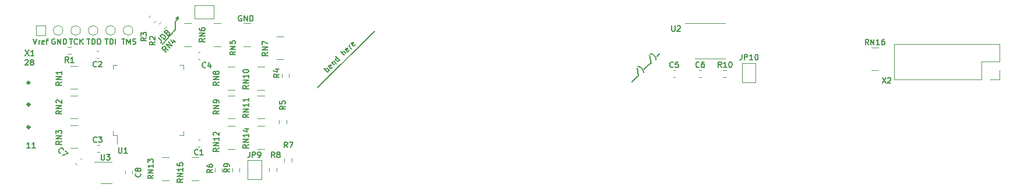
<source format=gbr>
%TF.GenerationSoftware,KiCad,Pcbnew,(6.0.4)*%
%TF.CreationDate,2022-06-19T08:58:44+02:00*%
%TF.ProjectId,n64rgb_v3,6e363472-6762-45f7-9633-2e6b69636164,20220523*%
%TF.SameCoordinates,Original*%
%TF.FileFunction,Legend,Top*%
%TF.FilePolarity,Positive*%
%FSLAX46Y46*%
G04 Gerber Fmt 4.6, Leading zero omitted, Abs format (unit mm)*
G04 Created by KiCad (PCBNEW (6.0.4)) date 2022-06-19 08:58:44*
%MOMM*%
%LPD*%
G01*
G04 APERTURE LIST*
%ADD10C,0.150000*%
%ADD11C,0.354000*%
%ADD12C,0.200000*%
%ADD13C,0.120000*%
G04 APERTURE END LIST*
D10*
X54550000Y-111270000D02*
X54560000Y-111670000D01*
X54110000Y-113160000D02*
X54110000Y-112090000D01*
D11*
X32943000Y-124079000D02*
G75*
G03*
X32943000Y-124079000I-177000J0D01*
G01*
D10*
X54540000Y-111270000D02*
X54170000Y-111490000D01*
D12*
X74800000Y-121600000D02*
X83100000Y-113400000D01*
D10*
X54170000Y-111490000D02*
X54550000Y-111270000D01*
X52245000Y-115270000D02*
X54110000Y-113160000D01*
X54110000Y-112090000D02*
X54540000Y-111270000D01*
D11*
X32943000Y-120904000D02*
G75*
G03*
X32943000Y-120904000I-177000J0D01*
G01*
X32943000Y-127381000D02*
G75*
G03*
X32943000Y-127381000I-177000J0D01*
G01*
D10*
X32283476Y-117621095D02*
X32321571Y-117583000D01*
X32397761Y-117544904D01*
X32588238Y-117544904D01*
X32664428Y-117583000D01*
X32702523Y-117621095D01*
X32740619Y-117697285D01*
X32740619Y-117773476D01*
X32702523Y-117887761D01*
X32245380Y-118344904D01*
X32740619Y-118344904D01*
X33197761Y-117887761D02*
X33121571Y-117849666D01*
X33083476Y-117811571D01*
X33045380Y-117735380D01*
X33045380Y-117697285D01*
X33083476Y-117621095D01*
X33121571Y-117583000D01*
X33197761Y-117544904D01*
X33350142Y-117544904D01*
X33426333Y-117583000D01*
X33464428Y-117621095D01*
X33502523Y-117697285D01*
X33502523Y-117735380D01*
X33464428Y-117811571D01*
X33426333Y-117849666D01*
X33350142Y-117887761D01*
X33197761Y-117887761D01*
X33121571Y-117925857D01*
X33083476Y-117963952D01*
X33045380Y-118040142D01*
X33045380Y-118192523D01*
X33083476Y-118268714D01*
X33121571Y-118306809D01*
X33197761Y-118344904D01*
X33350142Y-118344904D01*
X33426333Y-118306809D01*
X33464428Y-118268714D01*
X33502523Y-118192523D01*
X33502523Y-118040142D01*
X33464428Y-117963952D01*
X33426333Y-117925857D01*
X33350142Y-117887761D01*
X36601476Y-114535000D02*
X36525285Y-114496904D01*
X36411000Y-114496904D01*
X36296714Y-114535000D01*
X36220523Y-114611190D01*
X36182428Y-114687380D01*
X36144333Y-114839761D01*
X36144333Y-114954047D01*
X36182428Y-115106428D01*
X36220523Y-115182619D01*
X36296714Y-115258809D01*
X36411000Y-115296904D01*
X36487190Y-115296904D01*
X36601476Y-115258809D01*
X36639571Y-115220714D01*
X36639571Y-114954047D01*
X36487190Y-114954047D01*
X36982428Y-115296904D02*
X36982428Y-114496904D01*
X37439571Y-115296904D01*
X37439571Y-114496904D01*
X37820523Y-115296904D02*
X37820523Y-114496904D01*
X38011000Y-114496904D01*
X38125285Y-114535000D01*
X38201476Y-114611190D01*
X38239571Y-114687380D01*
X38277666Y-114839761D01*
X38277666Y-114954047D01*
X38239571Y-115106428D01*
X38201476Y-115182619D01*
X38125285Y-115258809D01*
X38011000Y-115296904D01*
X37820523Y-115296904D01*
X32994619Y-130409904D02*
X32537476Y-130409904D01*
X32766047Y-130409904D02*
X32766047Y-129609904D01*
X32689857Y-129724190D01*
X32613666Y-129800380D01*
X32537476Y-129838476D01*
X33756523Y-130409904D02*
X33299380Y-130409904D01*
X33527952Y-130409904D02*
X33527952Y-129609904D01*
X33451761Y-129724190D01*
X33375571Y-129800380D01*
X33299380Y-129838476D01*
X63728676Y-111156800D02*
X63652485Y-111118704D01*
X63538200Y-111118704D01*
X63423914Y-111156800D01*
X63347723Y-111232990D01*
X63309628Y-111309180D01*
X63271533Y-111461561D01*
X63271533Y-111575847D01*
X63309628Y-111728228D01*
X63347723Y-111804419D01*
X63423914Y-111880609D01*
X63538200Y-111918704D01*
X63614390Y-111918704D01*
X63728676Y-111880609D01*
X63766771Y-111842514D01*
X63766771Y-111575847D01*
X63614390Y-111575847D01*
X64109628Y-111918704D02*
X64109628Y-111118704D01*
X64566771Y-111918704D01*
X64566771Y-111118704D01*
X64947723Y-111918704D02*
X64947723Y-111118704D01*
X65138200Y-111118704D01*
X65252485Y-111156800D01*
X65328676Y-111232990D01*
X65366771Y-111309180D01*
X65404866Y-111461561D01*
X65404866Y-111575847D01*
X65366771Y-111728228D01*
X65328676Y-111804419D01*
X65252485Y-111880609D01*
X65138200Y-111918704D01*
X64947723Y-111918704D01*
X51655346Y-114325093D02*
X52059407Y-114729154D01*
X52113282Y-114836903D01*
X52113282Y-114944653D01*
X52059407Y-115052402D01*
X52005532Y-115106277D01*
X52490406Y-114621404D02*
X51924720Y-114055719D01*
X52059407Y-113921032D01*
X52167157Y-113867157D01*
X52274906Y-113867157D01*
X52355719Y-113894094D01*
X52490406Y-113974906D01*
X52571218Y-114055719D01*
X52652030Y-114190406D01*
X52678967Y-114271218D01*
X52678967Y-114378967D01*
X52625093Y-114486717D01*
X52490406Y-114621404D01*
X52948341Y-113570845D02*
X53056091Y-113516971D01*
X53109966Y-113516971D01*
X53190778Y-113543908D01*
X53271590Y-113624720D01*
X53298528Y-113705532D01*
X53298528Y-113759407D01*
X53271590Y-113840219D01*
X53056091Y-114055719D01*
X52490406Y-113490033D01*
X52678967Y-113301471D01*
X52759780Y-113274534D01*
X52813654Y-113274534D01*
X52894467Y-113301471D01*
X52948341Y-113355346D01*
X52975279Y-113436158D01*
X52975279Y-113490033D01*
X52948341Y-113570845D01*
X52759780Y-113759407D01*
X38722428Y-114496904D02*
X39179571Y-114496904D01*
X38951000Y-115296904D02*
X38951000Y-114496904D01*
X39903380Y-115220714D02*
X39865285Y-115258809D01*
X39751000Y-115296904D01*
X39674809Y-115296904D01*
X39560523Y-115258809D01*
X39484333Y-115182619D01*
X39446238Y-115106428D01*
X39408142Y-114954047D01*
X39408142Y-114839761D01*
X39446238Y-114687380D01*
X39484333Y-114611190D01*
X39560523Y-114535000D01*
X39674809Y-114496904D01*
X39751000Y-114496904D01*
X39865285Y-114535000D01*
X39903380Y-114573095D01*
X40246238Y-115296904D02*
X40246238Y-114496904D01*
X40703380Y-115296904D02*
X40360523Y-114839761D01*
X40703380Y-114496904D02*
X40246238Y-114954047D01*
X76249068Y-119362741D02*
X75683383Y-118797056D01*
X75898882Y-119012555D02*
X75925820Y-118931743D01*
X76033569Y-118823993D01*
X76114381Y-118797056D01*
X76168256Y-118797056D01*
X76249068Y-118823993D01*
X76410693Y-118985618D01*
X76437630Y-119066430D01*
X76437630Y-119120305D01*
X76410693Y-119201117D01*
X76302943Y-119308866D01*
X76222131Y-119335804D01*
X76949441Y-118608494D02*
X76922503Y-118689306D01*
X76814754Y-118797056D01*
X76733942Y-118823993D01*
X76653129Y-118797056D01*
X76437630Y-118581557D01*
X76410693Y-118500744D01*
X76437630Y-118419932D01*
X76545380Y-118312183D01*
X76626192Y-118285245D01*
X76707004Y-118312183D01*
X76760879Y-118366057D01*
X76545380Y-118689306D01*
X76868629Y-117988934D02*
X77245752Y-118366057D01*
X76922503Y-118042809D02*
X76922503Y-117988934D01*
X76949441Y-117908122D01*
X77030253Y-117827309D01*
X77111065Y-117800372D01*
X77191877Y-117827309D01*
X77488189Y-118123621D01*
X78000000Y-117611810D02*
X77434314Y-117046125D01*
X77973062Y-117584873D02*
X77946125Y-117665685D01*
X77838375Y-117773435D01*
X77757563Y-117800372D01*
X77703688Y-117800372D01*
X77622876Y-117773435D01*
X77461251Y-117611810D01*
X77434314Y-117530998D01*
X77434314Y-117477123D01*
X77461251Y-117396311D01*
X77569001Y-117288561D01*
X77649813Y-117261624D01*
X78700372Y-116911438D02*
X78134687Y-116345752D01*
X78942809Y-116669001D02*
X78646497Y-116372690D01*
X78565685Y-116345752D01*
X78484873Y-116372690D01*
X78404061Y-116453502D01*
X78377123Y-116534314D01*
X78377123Y-116588189D01*
X79400744Y-116157190D02*
X79373807Y-116238003D01*
X79266057Y-116345752D01*
X79185245Y-116372690D01*
X79104433Y-116345752D01*
X78888934Y-116130253D01*
X78861996Y-116049441D01*
X78888934Y-115968629D01*
X78996683Y-115860879D01*
X79077496Y-115833942D01*
X79158308Y-115860879D01*
X79212183Y-115914754D01*
X78996683Y-116238003D01*
X79697056Y-115914754D02*
X79319932Y-115537630D01*
X79427682Y-115645380D02*
X79400744Y-115564568D01*
X79400744Y-115510693D01*
X79427682Y-115429881D01*
X79481557Y-115376006D01*
X80235804Y-115322131D02*
X80208866Y-115402943D01*
X80101117Y-115510693D01*
X80020305Y-115537630D01*
X79939492Y-115510693D01*
X79723993Y-115295194D01*
X79697056Y-115214381D01*
X79723993Y-115133569D01*
X79831743Y-115025820D01*
X79912555Y-114998882D01*
X79993367Y-115025820D01*
X80047242Y-115079694D01*
X79831743Y-115402943D01*
X41243380Y-114496904D02*
X41700523Y-114496904D01*
X41471952Y-115296904D02*
X41471952Y-114496904D01*
X41967190Y-115296904D02*
X41967190Y-114496904D01*
X42157666Y-114496904D01*
X42271952Y-114535000D01*
X42348142Y-114611190D01*
X42386238Y-114687380D01*
X42424333Y-114839761D01*
X42424333Y-114954047D01*
X42386238Y-115106428D01*
X42348142Y-115182619D01*
X42271952Y-115258809D01*
X42157666Y-115296904D01*
X41967190Y-115296904D01*
X42919571Y-114496904D02*
X43071952Y-114496904D01*
X43148142Y-114535000D01*
X43224333Y-114611190D01*
X43262428Y-114763571D01*
X43262428Y-115030238D01*
X43224333Y-115182619D01*
X43148142Y-115258809D01*
X43071952Y-115296904D01*
X42919571Y-115296904D01*
X42843380Y-115258809D01*
X42767190Y-115182619D01*
X42729095Y-115030238D01*
X42729095Y-114763571D01*
X42767190Y-114611190D01*
X42843380Y-114535000D01*
X42919571Y-114496904D01*
X120462537Y-120757022D02*
X120893536Y-120326024D01*
X120893536Y-120326024D02*
X121324534Y-119895025D01*
X121216784Y-118709780D02*
X121459221Y-119921963D01*
X122159593Y-119383215D02*
X122159593Y-119329340D01*
X122132656Y-119194653D01*
X122105719Y-119113841D01*
X122051844Y-119006091D01*
X121944094Y-118844467D01*
X121836345Y-118736717D01*
X121674720Y-118628967D01*
X121566971Y-118575093D01*
X121486158Y-118548155D01*
X121351471Y-118521218D01*
X121297597Y-118521218D01*
X122294280Y-118925279D02*
X122725279Y-118494280D01*
X122725279Y-118494280D02*
X123156277Y-118063282D01*
X123048528Y-116878036D02*
X123290964Y-118090219D01*
X123991337Y-117551471D02*
X123991337Y-117497597D01*
X123964399Y-117362910D01*
X123937462Y-117282097D01*
X123883587Y-117174348D01*
X123775837Y-117012723D01*
X123668088Y-116904974D01*
X123506463Y-116797224D01*
X123398714Y-116743349D01*
X123317902Y-116716412D01*
X123183215Y-116689475D01*
X123129340Y-116689475D01*
X124126024Y-117093536D02*
X124557022Y-116662537D01*
X33458285Y-114496904D02*
X33724952Y-115296904D01*
X33991619Y-114496904D01*
X34258285Y-115296904D02*
X34258285Y-114763571D01*
X34258285Y-114915952D02*
X34296380Y-114839761D01*
X34334476Y-114801666D01*
X34410666Y-114763571D01*
X34486857Y-114763571D01*
X35058285Y-115258809D02*
X34982095Y-115296904D01*
X34829714Y-115296904D01*
X34753523Y-115258809D01*
X34715428Y-115182619D01*
X34715428Y-114877857D01*
X34753523Y-114801666D01*
X34829714Y-114763571D01*
X34982095Y-114763571D01*
X35058285Y-114801666D01*
X35096380Y-114877857D01*
X35096380Y-114954047D01*
X34715428Y-115030238D01*
X35324952Y-114763571D02*
X35629714Y-114763571D01*
X35439238Y-115296904D02*
X35439238Y-114611190D01*
X35477333Y-114535000D01*
X35553523Y-114496904D01*
X35629714Y-114496904D01*
X43884952Y-114496904D02*
X44342095Y-114496904D01*
X44113523Y-115296904D02*
X44113523Y-114496904D01*
X44608761Y-115296904D02*
X44608761Y-114496904D01*
X44799238Y-114496904D01*
X44913523Y-114535000D01*
X44989714Y-114611190D01*
X45027809Y-114687380D01*
X45065904Y-114839761D01*
X45065904Y-114954047D01*
X45027809Y-115106428D01*
X44989714Y-115182619D01*
X44913523Y-115258809D01*
X44799238Y-115296904D01*
X44608761Y-115296904D01*
X45408761Y-115296904D02*
X45408761Y-114496904D01*
X46304333Y-114496904D02*
X46761476Y-114496904D01*
X46532904Y-115296904D02*
X46532904Y-114496904D01*
X47028142Y-115296904D02*
X47028142Y-114496904D01*
X47294809Y-115068333D01*
X47561476Y-114496904D01*
X47561476Y-115296904D01*
X47904333Y-115258809D02*
X48018619Y-115296904D01*
X48209095Y-115296904D01*
X48285285Y-115258809D01*
X48323380Y-115220714D01*
X48361476Y-115144523D01*
X48361476Y-115068333D01*
X48323380Y-114992142D01*
X48285285Y-114954047D01*
X48209095Y-114915952D01*
X48056714Y-114877857D01*
X47980523Y-114839761D01*
X47942428Y-114801666D01*
X47904333Y-114725476D01*
X47904333Y-114649285D01*
X47942428Y-114573095D01*
X47980523Y-114535000D01*
X48056714Y-114496904D01*
X48247190Y-114496904D01*
X48361476Y-114535000D01*
%TO.C,C1*%
X57397666Y-131349714D02*
X57359571Y-131387809D01*
X57245285Y-131425904D01*
X57169095Y-131425904D01*
X57054809Y-131387809D01*
X56978619Y-131311619D01*
X56940523Y-131235428D01*
X56902428Y-131083047D01*
X56902428Y-130968761D01*
X56940523Y-130816380D01*
X56978619Y-130740190D01*
X57054809Y-130664000D01*
X57169095Y-130625904D01*
X57245285Y-130625904D01*
X57359571Y-130664000D01*
X57397666Y-130702095D01*
X58159571Y-131425904D02*
X57702428Y-131425904D01*
X57931000Y-131425904D02*
X57931000Y-130625904D01*
X57854809Y-130740190D01*
X57778619Y-130816380D01*
X57702428Y-130854476D01*
%TO.C,JP9*%
X64933333Y-131011904D02*
X64933333Y-131583333D01*
X64895238Y-131697619D01*
X64819047Y-131773809D01*
X64704761Y-131811904D01*
X64628571Y-131811904D01*
X65314285Y-131811904D02*
X65314285Y-131011904D01*
X65619047Y-131011904D01*
X65695238Y-131050000D01*
X65733333Y-131088095D01*
X65771428Y-131164285D01*
X65771428Y-131278571D01*
X65733333Y-131354761D01*
X65695238Y-131392857D01*
X65619047Y-131430952D01*
X65314285Y-131430952D01*
X66152380Y-131811904D02*
X66304761Y-131811904D01*
X66380952Y-131773809D01*
X66419047Y-131735714D01*
X66495238Y-131621428D01*
X66533333Y-131469047D01*
X66533333Y-131164285D01*
X66495238Y-131088095D01*
X66457142Y-131050000D01*
X66380952Y-131011904D01*
X66228571Y-131011904D01*
X66152380Y-131050000D01*
X66114285Y-131088095D01*
X66076190Y-131164285D01*
X66076190Y-131354761D01*
X66114285Y-131430952D01*
X66152380Y-131469047D01*
X66228571Y-131507142D01*
X66380952Y-131507142D01*
X66457142Y-131469047D01*
X66495238Y-131430952D01*
X66533333Y-131354761D01*
%TO.C,R3*%
X49911903Y-114333333D02*
X49530951Y-114600000D01*
X49911903Y-114790476D02*
X49111903Y-114790476D01*
X49111903Y-114485714D01*
X49149999Y-114409523D01*
X49188094Y-114371428D01*
X49264284Y-114333333D01*
X49378570Y-114333333D01*
X49454760Y-114371428D01*
X49492856Y-114409523D01*
X49530951Y-114485714D01*
X49530951Y-114790476D01*
X49111903Y-114066666D02*
X49111903Y-113571428D01*
X49416665Y-113838095D01*
X49416665Y-113723809D01*
X49454760Y-113647619D01*
X49492856Y-113609523D01*
X49569046Y-113571428D01*
X49759522Y-113571428D01*
X49835713Y-113609523D01*
X49873808Y-113647619D01*
X49911903Y-113723809D01*
X49911903Y-113952380D01*
X49873808Y-114028571D01*
X49835713Y-114066666D01*
%TO.C,RN14*%
X64750904Y-129965333D02*
X64369952Y-130232000D01*
X64750904Y-130422476D02*
X63950904Y-130422476D01*
X63950904Y-130117714D01*
X63989000Y-130041523D01*
X64027095Y-130003428D01*
X64103285Y-129965333D01*
X64217571Y-129965333D01*
X64293761Y-130003428D01*
X64331857Y-130041523D01*
X64369952Y-130117714D01*
X64369952Y-130422476D01*
X64750904Y-129622476D02*
X63950904Y-129622476D01*
X64750904Y-129165333D01*
X63950904Y-129165333D01*
X64750904Y-128365333D02*
X64750904Y-128822476D01*
X64750904Y-128593904D02*
X63950904Y-128593904D01*
X64065190Y-128670095D01*
X64141380Y-128746285D01*
X64179476Y-128822476D01*
X64217571Y-127679619D02*
X64750904Y-127679619D01*
X63912809Y-127870095D02*
X64484238Y-128060571D01*
X64484238Y-127565333D01*
%TO.C,RN12*%
X60432904Y-130473333D02*
X60051952Y-130740000D01*
X60432904Y-130930476D02*
X59632904Y-130930476D01*
X59632904Y-130625714D01*
X59671000Y-130549523D01*
X59709095Y-130511428D01*
X59785285Y-130473333D01*
X59899571Y-130473333D01*
X59975761Y-130511428D01*
X60013857Y-130549523D01*
X60051952Y-130625714D01*
X60051952Y-130930476D01*
X60432904Y-130130476D02*
X59632904Y-130130476D01*
X60432904Y-129673333D01*
X59632904Y-129673333D01*
X60432904Y-128873333D02*
X60432904Y-129330476D01*
X60432904Y-129101904D02*
X59632904Y-129101904D01*
X59747190Y-129178095D01*
X59823380Y-129254285D01*
X59861476Y-129330476D01*
X59709095Y-128568571D02*
X59671000Y-128530476D01*
X59632904Y-128454285D01*
X59632904Y-128263809D01*
X59671000Y-128187619D01*
X59709095Y-128149523D01*
X59785285Y-128111428D01*
X59861476Y-128111428D01*
X59975761Y-128149523D01*
X60432904Y-128606666D01*
X60432904Y-128111428D01*
%TO.C,RN10*%
X64750904Y-121329333D02*
X64369952Y-121596000D01*
X64750904Y-121786476D02*
X63950904Y-121786476D01*
X63950904Y-121481714D01*
X63989000Y-121405523D01*
X64027095Y-121367428D01*
X64103285Y-121329333D01*
X64217571Y-121329333D01*
X64293761Y-121367428D01*
X64331857Y-121405523D01*
X64369952Y-121481714D01*
X64369952Y-121786476D01*
X64750904Y-120986476D02*
X63950904Y-120986476D01*
X64750904Y-120529333D01*
X63950904Y-120529333D01*
X64750904Y-119729333D02*
X64750904Y-120186476D01*
X64750904Y-119957904D02*
X63950904Y-119957904D01*
X64065190Y-120034095D01*
X64141380Y-120110285D01*
X64179476Y-120186476D01*
X63950904Y-119234095D02*
X63950904Y-119157904D01*
X63989000Y-119081714D01*
X64027095Y-119043619D01*
X64103285Y-119005523D01*
X64255666Y-118967428D01*
X64446142Y-118967428D01*
X64598523Y-119005523D01*
X64674714Y-119043619D01*
X64712809Y-119081714D01*
X64750904Y-119157904D01*
X64750904Y-119234095D01*
X64712809Y-119310285D01*
X64674714Y-119348380D01*
X64598523Y-119386476D01*
X64446142Y-119424571D01*
X64255666Y-119424571D01*
X64103285Y-119386476D01*
X64027095Y-119348380D01*
X63989000Y-119310285D01*
X63950904Y-119234095D01*
%TO.C,RN2*%
X37572904Y-125012380D02*
X37191952Y-125279047D01*
X37572904Y-125469523D02*
X36772904Y-125469523D01*
X36772904Y-125164761D01*
X36811000Y-125088571D01*
X36849095Y-125050476D01*
X36925285Y-125012380D01*
X37039571Y-125012380D01*
X37115761Y-125050476D01*
X37153857Y-125088571D01*
X37191952Y-125164761D01*
X37191952Y-125469523D01*
X37572904Y-124669523D02*
X36772904Y-124669523D01*
X37572904Y-124212380D01*
X36772904Y-124212380D01*
X36849095Y-123869523D02*
X36811000Y-123831428D01*
X36772904Y-123755238D01*
X36772904Y-123564761D01*
X36811000Y-123488571D01*
X36849095Y-123450476D01*
X36925285Y-123412380D01*
X37001476Y-123412380D01*
X37115761Y-123450476D01*
X37572904Y-123907619D01*
X37572904Y-123412380D01*
%TO.C,RN16*%
X154866666Y-115361904D02*
X154600000Y-114980952D01*
X154409523Y-115361904D02*
X154409523Y-114561904D01*
X154714285Y-114561904D01*
X154790476Y-114600000D01*
X154828571Y-114638095D01*
X154866666Y-114714285D01*
X154866666Y-114828571D01*
X154828571Y-114904761D01*
X154790476Y-114942857D01*
X154714285Y-114980952D01*
X154409523Y-114980952D01*
X155209523Y-115361904D02*
X155209523Y-114561904D01*
X155666666Y-115361904D01*
X155666666Y-114561904D01*
X156466666Y-115361904D02*
X156009523Y-115361904D01*
X156238095Y-115361904D02*
X156238095Y-114561904D01*
X156161904Y-114676190D01*
X156085714Y-114752380D01*
X156009523Y-114790476D01*
X157152380Y-114561904D02*
X157000000Y-114561904D01*
X156923809Y-114600000D01*
X156885714Y-114638095D01*
X156809523Y-114752380D01*
X156771428Y-114904761D01*
X156771428Y-115209523D01*
X156809523Y-115285714D01*
X156847619Y-115323809D01*
X156923809Y-115361904D01*
X157076190Y-115361904D01*
X157152380Y-115323809D01*
X157190476Y-115285714D01*
X157228571Y-115209523D01*
X157228571Y-115019047D01*
X157190476Y-114942857D01*
X157152380Y-114904761D01*
X157076190Y-114866666D01*
X156923809Y-114866666D01*
X156847619Y-114904761D01*
X156809523Y-114942857D01*
X156771428Y-115019047D01*
%TO.C,R9*%
X61956904Y-133483333D02*
X61575952Y-133750000D01*
X61956904Y-133940476D02*
X61156904Y-133940476D01*
X61156904Y-133635714D01*
X61195000Y-133559523D01*
X61233095Y-133521428D01*
X61309285Y-133483333D01*
X61423571Y-133483333D01*
X61499761Y-133521428D01*
X61537857Y-133559523D01*
X61575952Y-133635714D01*
X61575952Y-133940476D01*
X61956904Y-133102380D02*
X61956904Y-132950000D01*
X61918809Y-132873809D01*
X61880714Y-132835714D01*
X61766428Y-132759523D01*
X61614047Y-132721428D01*
X61309285Y-132721428D01*
X61233095Y-132759523D01*
X61195000Y-132797619D01*
X61156904Y-132873809D01*
X61156904Y-133026190D01*
X61195000Y-133102380D01*
X61233095Y-133140476D01*
X61309285Y-133178571D01*
X61499761Y-133178571D01*
X61575952Y-133140476D01*
X61614047Y-133102380D01*
X61652142Y-133026190D01*
X61652142Y-132873809D01*
X61614047Y-132797619D01*
X61575952Y-132759523D01*
X61499761Y-132721428D01*
%TO.C,R4*%
X69195904Y-119640333D02*
X68814952Y-119907000D01*
X69195904Y-120097476D02*
X68395904Y-120097476D01*
X68395904Y-119792714D01*
X68434000Y-119716523D01*
X68472095Y-119678428D01*
X68548285Y-119640333D01*
X68662571Y-119640333D01*
X68738761Y-119678428D01*
X68776857Y-119716523D01*
X68814952Y-119792714D01*
X68814952Y-120097476D01*
X68662571Y-118954619D02*
X69195904Y-118954619D01*
X68357809Y-119145095D02*
X68929238Y-119335571D01*
X68929238Y-118840333D01*
%TO.C,C8*%
X49015714Y-134133333D02*
X49053809Y-134171428D01*
X49091904Y-134285714D01*
X49091904Y-134361904D01*
X49053809Y-134476190D01*
X48977619Y-134552380D01*
X48901428Y-134590476D01*
X48749047Y-134628571D01*
X48634761Y-134628571D01*
X48482380Y-134590476D01*
X48406190Y-134552380D01*
X48330000Y-134476190D01*
X48291904Y-134361904D01*
X48291904Y-134285714D01*
X48330000Y-134171428D01*
X48368095Y-134133333D01*
X48634761Y-133676190D02*
X48596666Y-133752380D01*
X48558571Y-133790476D01*
X48482380Y-133828571D01*
X48444285Y-133828571D01*
X48368095Y-133790476D01*
X48330000Y-133752380D01*
X48291904Y-133676190D01*
X48291904Y-133523809D01*
X48330000Y-133447619D01*
X48368095Y-133409523D01*
X48444285Y-133371428D01*
X48482380Y-133371428D01*
X48558571Y-133409523D01*
X48596666Y-133447619D01*
X48634761Y-133523809D01*
X48634761Y-133676190D01*
X48672857Y-133752380D01*
X48710952Y-133790476D01*
X48787142Y-133828571D01*
X48939523Y-133828571D01*
X49015714Y-133790476D01*
X49053809Y-133752380D01*
X49091904Y-133676190D01*
X49091904Y-133523809D01*
X49053809Y-133447619D01*
X49015714Y-133409523D01*
X48939523Y-133371428D01*
X48787142Y-133371428D01*
X48710952Y-133409523D01*
X48672857Y-133447619D01*
X48634761Y-133523809D01*
%TO.C,RN13*%
X50907904Y-134410333D02*
X50526952Y-134677000D01*
X50907904Y-134867476D02*
X50107904Y-134867476D01*
X50107904Y-134562714D01*
X50146000Y-134486523D01*
X50184095Y-134448428D01*
X50260285Y-134410333D01*
X50374571Y-134410333D01*
X50450761Y-134448428D01*
X50488857Y-134486523D01*
X50526952Y-134562714D01*
X50526952Y-134867476D01*
X50907904Y-134067476D02*
X50107904Y-134067476D01*
X50907904Y-133610333D01*
X50107904Y-133610333D01*
X50907904Y-132810333D02*
X50907904Y-133267476D01*
X50907904Y-133038904D02*
X50107904Y-133038904D01*
X50222190Y-133115095D01*
X50298380Y-133191285D01*
X50336476Y-133267476D01*
X50107904Y-132543666D02*
X50107904Y-132048428D01*
X50412666Y-132315095D01*
X50412666Y-132200809D01*
X50450761Y-132124619D01*
X50488857Y-132086523D01*
X50565047Y-132048428D01*
X50755523Y-132048428D01*
X50831714Y-132086523D01*
X50869809Y-132124619D01*
X50907904Y-132200809D01*
X50907904Y-132429380D01*
X50869809Y-132505571D01*
X50831714Y-132543666D01*
%TO.C,C4*%
X58540666Y-118649714D02*
X58502571Y-118687809D01*
X58388285Y-118725904D01*
X58312095Y-118725904D01*
X58197809Y-118687809D01*
X58121619Y-118611619D01*
X58083523Y-118535428D01*
X58045428Y-118383047D01*
X58045428Y-118268761D01*
X58083523Y-118116380D01*
X58121619Y-118040190D01*
X58197809Y-117964000D01*
X58312095Y-117925904D01*
X58388285Y-117925904D01*
X58502571Y-117964000D01*
X58540666Y-118002095D01*
X59226380Y-118192571D02*
X59226380Y-118725904D01*
X59035904Y-117887809D02*
X58845428Y-118459238D01*
X59340666Y-118459238D01*
%TO.C,U2*%
X126263476Y-112591904D02*
X126263476Y-113239523D01*
X126301571Y-113315714D01*
X126339666Y-113353809D01*
X126415857Y-113391904D01*
X126568238Y-113391904D01*
X126644428Y-113353809D01*
X126682523Y-113315714D01*
X126720619Y-113239523D01*
X126720619Y-112591904D01*
X127063476Y-112668095D02*
X127101571Y-112630000D01*
X127177761Y-112591904D01*
X127368238Y-112591904D01*
X127444428Y-112630000D01*
X127482523Y-112668095D01*
X127520619Y-112744285D01*
X127520619Y-112820476D01*
X127482523Y-112934761D01*
X127025380Y-113391904D01*
X127520619Y-113391904D01*
%TO.C,R10*%
X133485714Y-118661904D02*
X133219047Y-118280952D01*
X133028571Y-118661904D02*
X133028571Y-117861904D01*
X133333333Y-117861904D01*
X133409523Y-117900000D01*
X133447619Y-117938095D01*
X133485714Y-118014285D01*
X133485714Y-118128571D01*
X133447619Y-118204761D01*
X133409523Y-118242857D01*
X133333333Y-118280952D01*
X133028571Y-118280952D01*
X134247619Y-118661904D02*
X133790476Y-118661904D01*
X134019047Y-118661904D02*
X134019047Y-117861904D01*
X133942857Y-117976190D01*
X133866666Y-118052380D01*
X133790476Y-118090476D01*
X134742857Y-117861904D02*
X134819047Y-117861904D01*
X134895238Y-117900000D01*
X134933333Y-117938095D01*
X134971428Y-118014285D01*
X135009523Y-118166666D01*
X135009523Y-118357142D01*
X134971428Y-118509523D01*
X134933333Y-118585714D01*
X134895238Y-118623809D01*
X134819047Y-118661904D01*
X134742857Y-118661904D01*
X134666666Y-118623809D01*
X134628571Y-118585714D01*
X134590476Y-118509523D01*
X134552380Y-118357142D01*
X134552380Y-118166666D01*
X134590476Y-118014285D01*
X134628571Y-117938095D01*
X134666666Y-117900000D01*
X134742857Y-117861904D01*
%TO.C,R2*%
X51161904Y-114933333D02*
X50780952Y-115200000D01*
X51161904Y-115390476D02*
X50361904Y-115390476D01*
X50361904Y-115085714D01*
X50400000Y-115009523D01*
X50438095Y-114971428D01*
X50514285Y-114933333D01*
X50628571Y-114933333D01*
X50704761Y-114971428D01*
X50742857Y-115009523D01*
X50780952Y-115085714D01*
X50780952Y-115390476D01*
X50438095Y-114628571D02*
X50400000Y-114590476D01*
X50361904Y-114514285D01*
X50361904Y-114323809D01*
X50400000Y-114247619D01*
X50438095Y-114209523D01*
X50514285Y-114171428D01*
X50590476Y-114171428D01*
X50704761Y-114209523D01*
X51161904Y-114666666D01*
X51161904Y-114171428D01*
%TO.C,R8*%
X68566666Y-131811904D02*
X68300000Y-131430952D01*
X68109523Y-131811904D02*
X68109523Y-131011904D01*
X68414285Y-131011904D01*
X68490476Y-131050000D01*
X68528571Y-131088095D01*
X68566666Y-131164285D01*
X68566666Y-131278571D01*
X68528571Y-131354761D01*
X68490476Y-131392857D01*
X68414285Y-131430952D01*
X68109523Y-131430952D01*
X69023809Y-131354761D02*
X68947619Y-131316666D01*
X68909523Y-131278571D01*
X68871428Y-131202380D01*
X68871428Y-131164285D01*
X68909523Y-131088095D01*
X68947619Y-131050000D01*
X69023809Y-131011904D01*
X69176190Y-131011904D01*
X69252380Y-131050000D01*
X69290476Y-131088095D01*
X69328571Y-131164285D01*
X69328571Y-131202380D01*
X69290476Y-131278571D01*
X69252380Y-131316666D01*
X69176190Y-131354761D01*
X69023809Y-131354761D01*
X68947619Y-131392857D01*
X68909523Y-131430952D01*
X68871428Y-131507142D01*
X68871428Y-131659523D01*
X68909523Y-131735714D01*
X68947619Y-131773809D01*
X69023809Y-131811904D01*
X69176190Y-131811904D01*
X69252380Y-131773809D01*
X69290476Y-131735714D01*
X69328571Y-131659523D01*
X69328571Y-131507142D01*
X69290476Y-131430952D01*
X69252380Y-131392857D01*
X69176190Y-131354761D01*
%TO.C,U1*%
X45870476Y-130381904D02*
X45870476Y-131029523D01*
X45908571Y-131105714D01*
X45946666Y-131143809D01*
X46022857Y-131181904D01*
X46175238Y-131181904D01*
X46251428Y-131143809D01*
X46289523Y-131105714D01*
X46327619Y-131029523D01*
X46327619Y-130381904D01*
X47127619Y-131181904D02*
X46670476Y-131181904D01*
X46899047Y-131181904D02*
X46899047Y-130381904D01*
X46822857Y-130496190D01*
X46746666Y-130572380D01*
X46670476Y-130610476D01*
%TO.C,R6*%
X59511904Y-133533333D02*
X59130952Y-133800000D01*
X59511904Y-133990476D02*
X58711904Y-133990476D01*
X58711904Y-133685714D01*
X58750000Y-133609523D01*
X58788095Y-133571428D01*
X58864285Y-133533333D01*
X58978571Y-133533333D01*
X59054761Y-133571428D01*
X59092857Y-133609523D01*
X59130952Y-133685714D01*
X59130952Y-133990476D01*
X58711904Y-132847619D02*
X58711904Y-133000000D01*
X58750000Y-133076190D01*
X58788095Y-133114285D01*
X58902380Y-133190476D01*
X59054761Y-133228571D01*
X59359523Y-133228571D01*
X59435714Y-133190476D01*
X59473809Y-133152380D01*
X59511904Y-133076190D01*
X59511904Y-132923809D01*
X59473809Y-132847619D01*
X59435714Y-132809523D01*
X59359523Y-132771428D01*
X59169047Y-132771428D01*
X59092857Y-132809523D01*
X59054761Y-132847619D01*
X59016666Y-132923809D01*
X59016666Y-133076190D01*
X59054761Y-133152380D01*
X59092857Y-133190476D01*
X59169047Y-133228571D01*
%TO.C,C5*%
X126466666Y-118585714D02*
X126428571Y-118623809D01*
X126314285Y-118661904D01*
X126238095Y-118661904D01*
X126123809Y-118623809D01*
X126047619Y-118547619D01*
X126009523Y-118471428D01*
X125971428Y-118319047D01*
X125971428Y-118204761D01*
X126009523Y-118052380D01*
X126047619Y-117976190D01*
X126123809Y-117900000D01*
X126238095Y-117861904D01*
X126314285Y-117861904D01*
X126428571Y-117900000D01*
X126466666Y-117938095D01*
X127190476Y-117861904D02*
X126809523Y-117861904D01*
X126771428Y-118242857D01*
X126809523Y-118204761D01*
X126885714Y-118166666D01*
X127076190Y-118166666D01*
X127152380Y-118204761D01*
X127190476Y-118242857D01*
X127228571Y-118319047D01*
X127228571Y-118509523D01*
X127190476Y-118585714D01*
X127152380Y-118623809D01*
X127076190Y-118661904D01*
X126885714Y-118661904D01*
X126809523Y-118623809D01*
X126771428Y-118585714D01*
%TO.C,RN3*%
X37572904Y-129457380D02*
X37191952Y-129724047D01*
X37572904Y-129914523D02*
X36772904Y-129914523D01*
X36772904Y-129609761D01*
X36811000Y-129533571D01*
X36849095Y-129495476D01*
X36925285Y-129457380D01*
X37039571Y-129457380D01*
X37115761Y-129495476D01*
X37153857Y-129533571D01*
X37191952Y-129609761D01*
X37191952Y-129914523D01*
X37572904Y-129114523D02*
X36772904Y-129114523D01*
X37572904Y-128657380D01*
X36772904Y-128657380D01*
X36772904Y-128352619D02*
X36772904Y-127857380D01*
X37077666Y-128124047D01*
X37077666Y-128009761D01*
X37115761Y-127933571D01*
X37153857Y-127895476D01*
X37230047Y-127857380D01*
X37420523Y-127857380D01*
X37496714Y-127895476D01*
X37534809Y-127933571D01*
X37572904Y-128009761D01*
X37572904Y-128238333D01*
X37534809Y-128314523D01*
X37496714Y-128352619D01*
%TO.C,RN9*%
X60432904Y-125012380D02*
X60051952Y-125279047D01*
X60432904Y-125469523D02*
X59632904Y-125469523D01*
X59632904Y-125164761D01*
X59671000Y-125088571D01*
X59709095Y-125050476D01*
X59785285Y-125012380D01*
X59899571Y-125012380D01*
X59975761Y-125050476D01*
X60013857Y-125088571D01*
X60051952Y-125164761D01*
X60051952Y-125469523D01*
X60432904Y-124669523D02*
X59632904Y-124669523D01*
X60432904Y-124212380D01*
X59632904Y-124212380D01*
X60432904Y-123793333D02*
X60432904Y-123640952D01*
X60394809Y-123564761D01*
X60356714Y-123526666D01*
X60242428Y-123450476D01*
X60090047Y-123412380D01*
X59785285Y-123412380D01*
X59709095Y-123450476D01*
X59671000Y-123488571D01*
X59632904Y-123564761D01*
X59632904Y-123717142D01*
X59671000Y-123793333D01*
X59709095Y-123831428D01*
X59785285Y-123869523D01*
X59975761Y-123869523D01*
X60051952Y-123831428D01*
X60090047Y-123793333D01*
X60128142Y-123717142D01*
X60128142Y-123564761D01*
X60090047Y-123488571D01*
X60051952Y-123450476D01*
X59975761Y-123412380D01*
%TO.C,RN11*%
X64750904Y-125520333D02*
X64369952Y-125787000D01*
X64750904Y-125977476D02*
X63950904Y-125977476D01*
X63950904Y-125672714D01*
X63989000Y-125596523D01*
X64027095Y-125558428D01*
X64103285Y-125520333D01*
X64217571Y-125520333D01*
X64293761Y-125558428D01*
X64331857Y-125596523D01*
X64369952Y-125672714D01*
X64369952Y-125977476D01*
X64750904Y-125177476D02*
X63950904Y-125177476D01*
X64750904Y-124720333D01*
X63950904Y-124720333D01*
X64750904Y-123920333D02*
X64750904Y-124377476D01*
X64750904Y-124148904D02*
X63950904Y-124148904D01*
X64065190Y-124225095D01*
X64141380Y-124301285D01*
X64179476Y-124377476D01*
X64750904Y-123158428D02*
X64750904Y-123615571D01*
X64750904Y-123387000D02*
X63950904Y-123387000D01*
X64065190Y-123463190D01*
X64141380Y-123539380D01*
X64179476Y-123615571D01*
%TO.C,RN8*%
X60432904Y-120821380D02*
X60051952Y-121088047D01*
X60432904Y-121278523D02*
X59632904Y-121278523D01*
X59632904Y-120973761D01*
X59671000Y-120897571D01*
X59709095Y-120859476D01*
X59785285Y-120821380D01*
X59899571Y-120821380D01*
X59975761Y-120859476D01*
X60013857Y-120897571D01*
X60051952Y-120973761D01*
X60051952Y-121278523D01*
X60432904Y-120478523D02*
X59632904Y-120478523D01*
X60432904Y-120021380D01*
X59632904Y-120021380D01*
X59975761Y-119526142D02*
X59937666Y-119602333D01*
X59899571Y-119640428D01*
X59823380Y-119678523D01*
X59785285Y-119678523D01*
X59709095Y-119640428D01*
X59671000Y-119602333D01*
X59632904Y-119526142D01*
X59632904Y-119373761D01*
X59671000Y-119297571D01*
X59709095Y-119259476D01*
X59785285Y-119221380D01*
X59823380Y-119221380D01*
X59899571Y-119259476D01*
X59937666Y-119297571D01*
X59975761Y-119373761D01*
X59975761Y-119526142D01*
X60013857Y-119602333D01*
X60051952Y-119640428D01*
X60128142Y-119678523D01*
X60280523Y-119678523D01*
X60356714Y-119640428D01*
X60394809Y-119602333D01*
X60432904Y-119526142D01*
X60432904Y-119373761D01*
X60394809Y-119297571D01*
X60356714Y-119259476D01*
X60280523Y-119221380D01*
X60128142Y-119221380D01*
X60051952Y-119259476D01*
X60013857Y-119297571D01*
X59975761Y-119373761D01*
%TO.C,R7*%
X70416666Y-130361904D02*
X70150000Y-129980952D01*
X69959523Y-130361904D02*
X69959523Y-129561904D01*
X70264285Y-129561904D01*
X70340476Y-129600000D01*
X70378571Y-129638095D01*
X70416666Y-129714285D01*
X70416666Y-129828571D01*
X70378571Y-129904761D01*
X70340476Y-129942857D01*
X70264285Y-129980952D01*
X69959523Y-129980952D01*
X70683333Y-129561904D02*
X71216666Y-129561904D01*
X70873809Y-130361904D01*
%TO.C,RN4*%
X53065312Y-116096497D02*
X52607377Y-116015685D01*
X52742064Y-116419746D02*
X52176378Y-115854061D01*
X52391877Y-115638561D01*
X52472690Y-115611624D01*
X52526564Y-115611624D01*
X52607377Y-115638561D01*
X52688189Y-115719374D01*
X52715126Y-115800186D01*
X52715126Y-115854061D01*
X52688189Y-115934873D01*
X52472690Y-116150372D01*
X53307749Y-115854061D02*
X52742064Y-115288375D01*
X53630998Y-115530812D01*
X53065312Y-114965126D01*
X53765685Y-114641877D02*
X54142809Y-115019001D01*
X53415499Y-114561065D02*
X53684873Y-115099813D01*
X54035059Y-114749627D01*
%TO.C,C6*%
X130266666Y-118585714D02*
X130228571Y-118623809D01*
X130114285Y-118661904D01*
X130038095Y-118661904D01*
X129923809Y-118623809D01*
X129847619Y-118547619D01*
X129809523Y-118471428D01*
X129771428Y-118319047D01*
X129771428Y-118204761D01*
X129809523Y-118052380D01*
X129847619Y-117976190D01*
X129923809Y-117900000D01*
X130038095Y-117861904D01*
X130114285Y-117861904D01*
X130228571Y-117900000D01*
X130266666Y-117938095D01*
X130952380Y-117861904D02*
X130800000Y-117861904D01*
X130723809Y-117900000D01*
X130685714Y-117938095D01*
X130609523Y-118052380D01*
X130571428Y-118204761D01*
X130571428Y-118509523D01*
X130609523Y-118585714D01*
X130647619Y-118623809D01*
X130723809Y-118661904D01*
X130876190Y-118661904D01*
X130952380Y-118623809D01*
X130990476Y-118585714D01*
X131028571Y-118509523D01*
X131028571Y-118319047D01*
X130990476Y-118242857D01*
X130952380Y-118204761D01*
X130876190Y-118166666D01*
X130723809Y-118166666D01*
X130647619Y-118204761D01*
X130609523Y-118242857D01*
X130571428Y-118319047D01*
%TO.C,RN1*%
X37572904Y-120821380D02*
X37191952Y-121088047D01*
X37572904Y-121278523D02*
X36772904Y-121278523D01*
X36772904Y-120973761D01*
X36811000Y-120897571D01*
X36849095Y-120859476D01*
X36925285Y-120821380D01*
X37039571Y-120821380D01*
X37115761Y-120859476D01*
X37153857Y-120897571D01*
X37191952Y-120973761D01*
X37191952Y-121278523D01*
X37572904Y-120478523D02*
X36772904Y-120478523D01*
X37572904Y-120021380D01*
X36772904Y-120021380D01*
X37572904Y-119221380D02*
X37572904Y-119678523D01*
X37572904Y-119449952D02*
X36772904Y-119449952D01*
X36887190Y-119526142D01*
X36963380Y-119602333D01*
X37001476Y-119678523D01*
%TO.C,R5*%
X70084904Y-124339333D02*
X69703952Y-124606000D01*
X70084904Y-124796476D02*
X69284904Y-124796476D01*
X69284904Y-124491714D01*
X69323000Y-124415523D01*
X69361095Y-124377428D01*
X69437285Y-124339333D01*
X69551571Y-124339333D01*
X69627761Y-124377428D01*
X69665857Y-124415523D01*
X69703952Y-124491714D01*
X69703952Y-124796476D01*
X69284904Y-123615523D02*
X69284904Y-123996476D01*
X69665857Y-124034571D01*
X69627761Y-123996476D01*
X69589666Y-123920285D01*
X69589666Y-123729809D01*
X69627761Y-123653619D01*
X69665857Y-123615523D01*
X69742047Y-123577428D01*
X69932523Y-123577428D01*
X70008714Y-123615523D01*
X70046809Y-123653619D01*
X70084904Y-123729809D01*
X70084904Y-123920285D01*
X70046809Y-123996476D01*
X70008714Y-124034571D01*
%TO.C,C2*%
X42665666Y-118522714D02*
X42627571Y-118560809D01*
X42513285Y-118598904D01*
X42437095Y-118598904D01*
X42322809Y-118560809D01*
X42246619Y-118484619D01*
X42208523Y-118408428D01*
X42170428Y-118256047D01*
X42170428Y-118141761D01*
X42208523Y-117989380D01*
X42246619Y-117913190D01*
X42322809Y-117837000D01*
X42437095Y-117798904D01*
X42513285Y-117798904D01*
X42627571Y-117837000D01*
X42665666Y-117875095D01*
X42970428Y-117875095D02*
X43008523Y-117837000D01*
X43084714Y-117798904D01*
X43275190Y-117798904D01*
X43351380Y-117837000D01*
X43389476Y-117875095D01*
X43427571Y-117951285D01*
X43427571Y-118027476D01*
X43389476Y-118141761D01*
X42932333Y-118598904D01*
X43427571Y-118598904D01*
%TO.C,RN5*%
X62845904Y-116376380D02*
X62464952Y-116643047D01*
X62845904Y-116833523D02*
X62045904Y-116833523D01*
X62045904Y-116528761D01*
X62084000Y-116452571D01*
X62122095Y-116414476D01*
X62198285Y-116376380D01*
X62312571Y-116376380D01*
X62388761Y-116414476D01*
X62426857Y-116452571D01*
X62464952Y-116528761D01*
X62464952Y-116833523D01*
X62845904Y-116033523D02*
X62045904Y-116033523D01*
X62845904Y-115576380D01*
X62045904Y-115576380D01*
X62045904Y-114814476D02*
X62045904Y-115195428D01*
X62426857Y-115233523D01*
X62388761Y-115195428D01*
X62350666Y-115119238D01*
X62350666Y-114928761D01*
X62388761Y-114852571D01*
X62426857Y-114814476D01*
X62503047Y-114776380D01*
X62693523Y-114776380D01*
X62769714Y-114814476D01*
X62807809Y-114852571D01*
X62845904Y-114928761D01*
X62845904Y-115119238D01*
X62807809Y-115195428D01*
X62769714Y-115233523D01*
%TO.C,RN7*%
X67544904Y-116503380D02*
X67163952Y-116770047D01*
X67544904Y-116960523D02*
X66744904Y-116960523D01*
X66744904Y-116655761D01*
X66783000Y-116579571D01*
X66821095Y-116541476D01*
X66897285Y-116503380D01*
X67011571Y-116503380D01*
X67087761Y-116541476D01*
X67125857Y-116579571D01*
X67163952Y-116655761D01*
X67163952Y-116960523D01*
X67544904Y-116160523D02*
X66744904Y-116160523D01*
X67544904Y-115703380D01*
X66744904Y-115703380D01*
X66744904Y-115398619D02*
X66744904Y-114865285D01*
X67544904Y-115208142D01*
%TO.C,C3*%
X42689666Y-129515714D02*
X42651571Y-129553809D01*
X42537285Y-129591904D01*
X42461095Y-129591904D01*
X42346809Y-129553809D01*
X42270619Y-129477619D01*
X42232523Y-129401428D01*
X42194428Y-129249047D01*
X42194428Y-129134761D01*
X42232523Y-128982380D01*
X42270619Y-128906190D01*
X42346809Y-128830000D01*
X42461095Y-128791904D01*
X42537285Y-128791904D01*
X42651571Y-128830000D01*
X42689666Y-128868095D01*
X42956333Y-128791904D02*
X43451571Y-128791904D01*
X43184904Y-129096666D01*
X43299190Y-129096666D01*
X43375380Y-129134761D01*
X43413476Y-129172857D01*
X43451571Y-129249047D01*
X43451571Y-129439523D01*
X43413476Y-129515714D01*
X43375380Y-129553809D01*
X43299190Y-129591904D01*
X43070619Y-129591904D01*
X42994428Y-129553809D01*
X42956333Y-129515714D01*
%TO.C,X2*%
X156852380Y-120161904D02*
X157385714Y-120961904D01*
X157385714Y-120161904D02*
X156852380Y-120961904D01*
X157652380Y-120238095D02*
X157690476Y-120200000D01*
X157766666Y-120161904D01*
X157957142Y-120161904D01*
X158033333Y-120200000D01*
X158071428Y-120238095D01*
X158109523Y-120314285D01*
X158109523Y-120390476D01*
X158071428Y-120504761D01*
X157614285Y-120961904D01*
X158109523Y-120961904D01*
%TO.C,RN6*%
X58400904Y-114471380D02*
X58019952Y-114738047D01*
X58400904Y-114928523D02*
X57600904Y-114928523D01*
X57600904Y-114623761D01*
X57639000Y-114547571D01*
X57677095Y-114509476D01*
X57753285Y-114471380D01*
X57867571Y-114471380D01*
X57943761Y-114509476D01*
X57981857Y-114547571D01*
X58019952Y-114623761D01*
X58019952Y-114928523D01*
X58400904Y-114128523D02*
X57600904Y-114128523D01*
X58400904Y-113671380D01*
X57600904Y-113671380D01*
X57600904Y-112947571D02*
X57600904Y-113099952D01*
X57639000Y-113176142D01*
X57677095Y-113214238D01*
X57791380Y-113290428D01*
X57943761Y-113328523D01*
X58248523Y-113328523D01*
X58324714Y-113290428D01*
X58362809Y-113252333D01*
X58400904Y-113176142D01*
X58400904Y-113023761D01*
X58362809Y-112947571D01*
X58324714Y-112909476D01*
X58248523Y-112871380D01*
X58058047Y-112871380D01*
X57981857Y-112909476D01*
X57943761Y-112947571D01*
X57905666Y-113023761D01*
X57905666Y-113176142D01*
X57943761Y-113252333D01*
X57981857Y-113290428D01*
X58058047Y-113328523D01*
%TO.C,RN15*%
X55201904Y-134941333D02*
X54820952Y-135208000D01*
X55201904Y-135398476D02*
X54401904Y-135398476D01*
X54401904Y-135093714D01*
X54440000Y-135017523D01*
X54478095Y-134979428D01*
X54554285Y-134941333D01*
X54668571Y-134941333D01*
X54744761Y-134979428D01*
X54782857Y-135017523D01*
X54820952Y-135093714D01*
X54820952Y-135398476D01*
X55201904Y-134598476D02*
X54401904Y-134598476D01*
X55201904Y-134141333D01*
X54401904Y-134141333D01*
X55201904Y-133341333D02*
X55201904Y-133798476D01*
X55201904Y-133569904D02*
X54401904Y-133569904D01*
X54516190Y-133646095D01*
X54592380Y-133722285D01*
X54630476Y-133798476D01*
X54401904Y-132617523D02*
X54401904Y-132998476D01*
X54782857Y-133036571D01*
X54744761Y-132998476D01*
X54706666Y-132922285D01*
X54706666Y-132731809D01*
X54744761Y-132655619D01*
X54782857Y-132617523D01*
X54859047Y-132579428D01*
X55049523Y-132579428D01*
X55125714Y-132617523D01*
X55163809Y-132655619D01*
X55201904Y-132731809D01*
X55201904Y-132922285D01*
X55163809Y-132998476D01*
X55125714Y-133036571D01*
%TO.C,JP10*%
X136452380Y-116761904D02*
X136452380Y-117333333D01*
X136414285Y-117447619D01*
X136338095Y-117523809D01*
X136223809Y-117561904D01*
X136147619Y-117561904D01*
X136833333Y-117561904D02*
X136833333Y-116761904D01*
X137138095Y-116761904D01*
X137214285Y-116800000D01*
X137252380Y-116838095D01*
X137290476Y-116914285D01*
X137290476Y-117028571D01*
X137252380Y-117104761D01*
X137214285Y-117142857D01*
X137138095Y-117180952D01*
X136833333Y-117180952D01*
X138052380Y-117561904D02*
X137595238Y-117561904D01*
X137823809Y-117561904D02*
X137823809Y-116761904D01*
X137747619Y-116876190D01*
X137671428Y-116952380D01*
X137595238Y-116990476D01*
X138547619Y-116761904D02*
X138623809Y-116761904D01*
X138700000Y-116800000D01*
X138738095Y-116838095D01*
X138776190Y-116914285D01*
X138814285Y-117066666D01*
X138814285Y-117257142D01*
X138776190Y-117409523D01*
X138738095Y-117485714D01*
X138700000Y-117523809D01*
X138623809Y-117561904D01*
X138547619Y-117561904D01*
X138471428Y-117523809D01*
X138433333Y-117485714D01*
X138395238Y-117409523D01*
X138357142Y-117257142D01*
X138357142Y-117066666D01*
X138395238Y-116914285D01*
X138433333Y-116838095D01*
X138471428Y-116800000D01*
X138547619Y-116761904D01*
%TO.C,R1*%
X38601666Y-117963904D02*
X38335000Y-117582952D01*
X38144523Y-117963904D02*
X38144523Y-117163904D01*
X38449285Y-117163904D01*
X38525476Y-117202000D01*
X38563571Y-117240095D01*
X38601666Y-117316285D01*
X38601666Y-117430571D01*
X38563571Y-117506761D01*
X38525476Y-117544857D01*
X38449285Y-117582952D01*
X38144523Y-117582952D01*
X39363571Y-117963904D02*
X38906428Y-117963904D01*
X39135000Y-117963904D02*
X39135000Y-117163904D01*
X39058809Y-117278190D01*
X38982619Y-117354380D01*
X38906428Y-117392476D01*
%TO.C,C7*%
X37422688Y-131171749D02*
X37368813Y-131171749D01*
X37261064Y-131117874D01*
X37207189Y-131064000D01*
X37153314Y-130956250D01*
X37153314Y-130848500D01*
X37180251Y-130767688D01*
X37261064Y-130633001D01*
X37341876Y-130552189D01*
X37476563Y-130471377D01*
X37557375Y-130444439D01*
X37665125Y-130444439D01*
X37772874Y-130498314D01*
X37826749Y-130552189D01*
X37880624Y-130659938D01*
X37880624Y-130713813D01*
X38123061Y-130848500D02*
X38500184Y-131225624D01*
X37692062Y-131548873D01*
%TO.C,X1*%
X32302380Y-116161904D02*
X32835714Y-116961904D01*
X32835714Y-116161904D02*
X32302380Y-116961904D01*
X33559523Y-116961904D02*
X33102380Y-116961904D01*
X33330952Y-116961904D02*
X33330952Y-116161904D01*
X33254761Y-116276190D01*
X33178571Y-116352380D01*
X33102380Y-116390476D01*
%TO.C,U3*%
X43332476Y-131387904D02*
X43332476Y-132035523D01*
X43370571Y-132111714D01*
X43408666Y-132149809D01*
X43484857Y-132187904D01*
X43637238Y-132187904D01*
X43713428Y-132149809D01*
X43751523Y-132111714D01*
X43789619Y-132035523D01*
X43789619Y-131387904D01*
X44094380Y-131387904D02*
X44589619Y-131387904D01*
X44322952Y-131692666D01*
X44437238Y-131692666D01*
X44513428Y-131730761D01*
X44551523Y-131768857D01*
X44589619Y-131845047D01*
X44589619Y-132035523D01*
X44551523Y-132111714D01*
X44513428Y-132149809D01*
X44437238Y-132187904D01*
X44208666Y-132187904D01*
X44132476Y-132149809D01*
X44094380Y-132111714D01*
D13*
%TO.C,C1*%
X57384733Y-130304000D02*
X57677267Y-130304000D01*
X57384733Y-129284000D02*
X57677267Y-129284000D01*
%TO.C,JP9*%
X66600000Y-135020000D02*
X64600000Y-135020000D01*
X66600000Y-132220000D02*
X66600000Y-135020000D01*
X64600000Y-132220000D02*
X66600000Y-132220000D01*
X64600000Y-135020000D02*
X64600000Y-132220000D01*
%TO.C,R3*%
X50200420Y-111410654D02*
X50560654Y-111050420D01*
X50939346Y-112149580D02*
X51299580Y-111789346D01*
%TO.C,RN14*%
X67048000Y-130585000D02*
X66048000Y-130585000D01*
X67048000Y-127225000D02*
X66048000Y-127225000D01*
%TO.C,RN12*%
X62730000Y-127225000D02*
X61730000Y-127225000D01*
X62730000Y-130585000D02*
X61730000Y-130585000D01*
%TO.C,RN10*%
X67048000Y-118565000D02*
X66048000Y-118565000D01*
X67048000Y-121925000D02*
X66048000Y-121925000D01*
%TO.C,RN2*%
X39870000Y-126140000D02*
X38870000Y-126140000D01*
X39870000Y-122780000D02*
X38870000Y-122780000D01*
%TO.C,RN16*%
X156278200Y-119120000D02*
X155278200Y-119120000D01*
X156278200Y-115760000D02*
X155278200Y-115760000D01*
%TO.C,R9*%
X62397500Y-133365276D02*
X62397500Y-133874724D01*
X63442500Y-133365276D02*
X63442500Y-133874724D01*
%TO.C,R4*%
X69581500Y-119633276D02*
X69581500Y-120142724D01*
X70626500Y-119633276D02*
X70626500Y-120142724D01*
%TO.C,J1*%
X35244000Y-113984000D02*
X33844000Y-113984000D01*
X33844000Y-113984000D02*
X33844000Y-112584000D01*
X33844000Y-112584000D02*
X35244000Y-112584000D01*
X35244000Y-112584000D02*
X35244000Y-113984000D01*
%TO.C,C8*%
X47810000Y-133853733D02*
X47810000Y-134146267D01*
X46790000Y-133853733D02*
X46790000Y-134146267D01*
%TO.C,RN13*%
X53200000Y-131820000D02*
X52200000Y-131820000D01*
X53200000Y-135180000D02*
X52200000Y-135180000D01*
%TO.C,C4*%
X57384733Y-117477000D02*
X57677267Y-117477000D01*
X57384733Y-116457000D02*
X57677267Y-116457000D01*
%TO.C,U2*%
X131826000Y-117418000D02*
X129626000Y-117418000D01*
X131826000Y-112198000D02*
X134026000Y-112198000D01*
X131826000Y-112198000D02*
X128226000Y-112198000D01*
X131826000Y-117418000D02*
X134026000Y-117418000D01*
%TO.C,J5*%
X45404000Y-113284000D02*
G75*
G03*
X45404000Y-113284000I-700000J0D01*
G01*
%TO.C,R10*%
X133679476Y-120105700D02*
X134188924Y-120105700D01*
X133679476Y-119060700D02*
X134188924Y-119060700D01*
%TO.C,R2*%
X52060654Y-111950420D02*
X51700420Y-112310654D01*
X52799580Y-112689346D02*
X52439346Y-113049580D01*
%TO.C,J2*%
X37784000Y-113284000D02*
G75*
G03*
X37784000Y-113284000I-700000J0D01*
G01*
%TO.C,J3*%
X40324000Y-113284000D02*
G75*
G03*
X40324000Y-113284000I-700000J0D01*
G01*
%TO.C,R8*%
X67777500Y-133345276D02*
X67777500Y-133854724D01*
X68822500Y-133345276D02*
X68822500Y-133854724D01*
%TO.C,U1*%
X45055000Y-127979000D02*
X45055000Y-128554000D01*
X45630000Y-128554000D02*
X45630000Y-129844000D01*
X45055000Y-118334000D02*
X45630000Y-118334000D01*
X55275000Y-127979000D02*
X55275000Y-128554000D01*
X55275000Y-118334000D02*
X54700000Y-118334000D01*
X45055000Y-128554000D02*
X45630000Y-128554000D01*
X45055000Y-118909000D02*
X45055000Y-118334000D01*
X55275000Y-128554000D02*
X54700000Y-128554000D01*
X55275000Y-118909000D02*
X55275000Y-118334000D01*
%TO.C,R6*%
X59827500Y-133365276D02*
X59827500Y-133874724D01*
X60872500Y-133365276D02*
X60872500Y-133874724D01*
%TO.C,J4*%
X42864000Y-113284000D02*
G75*
G03*
X42864000Y-113284000I-700000J0D01*
G01*
%TO.C,C5*%
X126765267Y-119047800D02*
X126472733Y-119047800D01*
X126765267Y-120067800D02*
X126472733Y-120067800D01*
%TO.C,RN3*%
X39870000Y-127098000D02*
X38870000Y-127098000D01*
X39870000Y-130458000D02*
X38870000Y-130458000D01*
%TO.C,RN9*%
X62730000Y-126140000D02*
X61730000Y-126140000D01*
X62730000Y-122780000D02*
X61730000Y-122780000D01*
%TO.C,RN11*%
X67050000Y-126140000D02*
X66050000Y-126140000D01*
X67050000Y-122780000D02*
X66050000Y-122780000D01*
%TO.C,J6*%
X47944000Y-113284000D02*
G75*
G03*
X47944000Y-113284000I-700000J0D01*
G01*
%TO.C,RN8*%
X62730000Y-121925000D02*
X61730000Y-121925000D01*
X62730000Y-118565000D02*
X61730000Y-118565000D01*
%TO.C,R7*%
X69977500Y-132504724D02*
X69977500Y-131995276D01*
X71022500Y-132504724D02*
X71022500Y-131995276D01*
%TO.C,RN4*%
X56380000Y-115599000D02*
X55380000Y-115599000D01*
X56380000Y-112239000D02*
X55380000Y-112239000D01*
%TO.C,C6*%
X130231933Y-119047800D02*
X130524467Y-119047800D01*
X130231933Y-120067800D02*
X130524467Y-120067800D01*
%TO.C,RN1*%
X39870000Y-121822000D02*
X38870000Y-121822000D01*
X39870000Y-118462000D02*
X38870000Y-118462000D01*
%TO.C,R5*%
X70245500Y-126340776D02*
X70245500Y-126850224D01*
X69200500Y-126340776D02*
X69200500Y-126850224D01*
%TO.C,C2*%
X42945267Y-117350000D02*
X42652733Y-117350000D01*
X42945267Y-116330000D02*
X42652733Y-116330000D01*
%TO.C,RN5*%
X65016000Y-115621000D02*
X64016000Y-115621000D01*
X65016000Y-112261000D02*
X64016000Y-112261000D01*
%TO.C,RN7*%
X69842000Y-114144000D02*
X68842000Y-114144000D01*
X69842000Y-117504000D02*
X68842000Y-117504000D01*
%TO.C,JP7*%
X56893000Y-109566200D02*
X59693000Y-109566200D01*
X59693000Y-111566200D02*
X56893000Y-111566200D01*
X59693000Y-109566200D02*
X59693000Y-111566200D01*
X56893000Y-111566200D02*
X56893000Y-109566200D01*
%TO.C,C3*%
X43096267Y-129990000D02*
X42803733Y-129990000D01*
X43096267Y-131010000D02*
X42803733Y-131010000D01*
%TO.C,X2*%
X171313200Y-120448200D02*
X171313200Y-117848200D01*
X173913200Y-120448200D02*
X173913200Y-119118200D01*
X171313200Y-117848200D02*
X173913200Y-117848200D01*
X173913200Y-115248200D02*
X158553200Y-115248200D01*
X171313200Y-120448200D02*
X158553200Y-120448200D01*
X173913200Y-117848200D02*
X173913200Y-115248200D01*
X158553200Y-120448200D02*
X158553200Y-115248200D01*
X172583200Y-120448200D02*
X173913200Y-120448200D01*
%TO.C,RN6*%
X60698000Y-112239000D02*
X59698000Y-112239000D01*
X60698000Y-115599000D02*
X59698000Y-115599000D01*
%TO.C,RN15*%
X57499000Y-131820000D02*
X56499000Y-131820000D01*
X57499000Y-135180000D02*
X56499000Y-135180000D01*
%TO.C,JP10*%
X136464800Y-120830800D02*
X136464800Y-118030800D01*
X138464800Y-118030800D02*
X138464800Y-120830800D01*
X136464800Y-118030800D02*
X138464800Y-118030800D01*
X138464800Y-120830800D02*
X136464800Y-120830800D01*
%TO.C,R1*%
X38480276Y-116727500D02*
X38989724Y-116727500D01*
X38480276Y-115682500D02*
X38989724Y-115682500D01*
%TO.C,C7*%
X39792802Y-132864051D02*
X39585949Y-132657198D01*
X40514051Y-132142802D02*
X40307198Y-131935949D01*
%TO.C,U3*%
X44100000Y-132440000D02*
X42300000Y-132440000D01*
X44100000Y-135560000D02*
X44900000Y-135560000D01*
X44100000Y-132440000D02*
X44900000Y-132440000D01*
X44100000Y-135560000D02*
X43300000Y-135560000D01*
%TD*%
M02*

</source>
